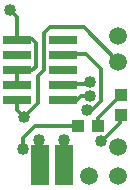
<source format=gbr>
G04 DipTrace 3.1.0.1*
G04 Bottom.gbr*
%MOIN*%
G04 #@! TF.FileFunction,Copper,L2,Bot*
G04 #@! TF.Part,Single*
G04 #@! TA.AperFunction,Conductor*
%ADD13C,0.012992*%
%ADD19R,0.094488X0.029921*%
%ADD20R,0.03937X0.043307*%
%ADD21R,0.043307X0.03937*%
G04 #@! TA.AperFunction,ComponentPad*
%ADD22C,0.059055*%
%ADD23R,0.059055X0.137795*%
G04 #@! TA.AperFunction,ViaPad*
%ADD24C,0.04*%
%FSLAX26Y26*%
G04*
G70*
G90*
G75*
G01*
G04 Bottom*
%LPD*%
X456299Y693307D2*
D13*
Y660236D1*
X480315Y636220D1*
X477559D1*
X524409Y683071D1*
Y772835D1*
X546850Y795276D1*
Y916142D1*
X566929Y936220D1*
X677165D1*
X791732Y821654D1*
X456299Y743307D2*
Y793307D1*
X506299D1*
X517717Y804724D1*
Y884646D1*
X505512Y896850D1*
X456299D1*
Y893307D1*
X433071Y992913D2*
X456299Y969685D1*
Y893307D1*
X475197Y530315D2*
Y568110D1*
X515748Y608661D1*
X659055D1*
X659449Y608268D1*
X697638Y753150D2*
Y746063D1*
X612598D1*
X609843Y743307D1*
X699213Y707087D2*
X668898D1*
X655118Y693307D1*
X609843D1*
X688976Y661811D2*
X706693D1*
X734646Y689764D1*
Y798031D1*
X686614Y846063D1*
X612598D1*
X609843Y843307D1*
X736220Y555906D2*
X739370D1*
X799213Y615748D1*
Y640551D1*
X801181Y642520D1*
X726378Y608268D2*
Y634646D1*
X801181Y709449D1*
X612598Y559843D2*
Y478346D1*
X612205Y477953D1*
X529921Y559925D2*
Y479134D1*
X531102Y477953D1*
D24*
X480315Y636220D3*
X433071Y992913D3*
X699213Y707087D3*
X697638Y753150D3*
X688976Y661811D3*
X475197Y530315D3*
X736220Y555906D3*
X529921Y559925D3*
X612598Y559843D3*
D19*
X456299Y793307D3*
Y843307D3*
Y893307D3*
Y743307D3*
Y693307D3*
X609843Y793307D3*
Y843307D3*
Y893307D3*
Y743307D3*
Y693307D3*
D20*
X801181Y709449D3*
Y642520D3*
D21*
X726378Y608268D3*
X659449D3*
D22*
X694094Y438976D3*
X791732D3*
Y535827D3*
Y821654D3*
Y907480D3*
D23*
X531102Y477953D3*
X612205D3*
M02*

</source>
